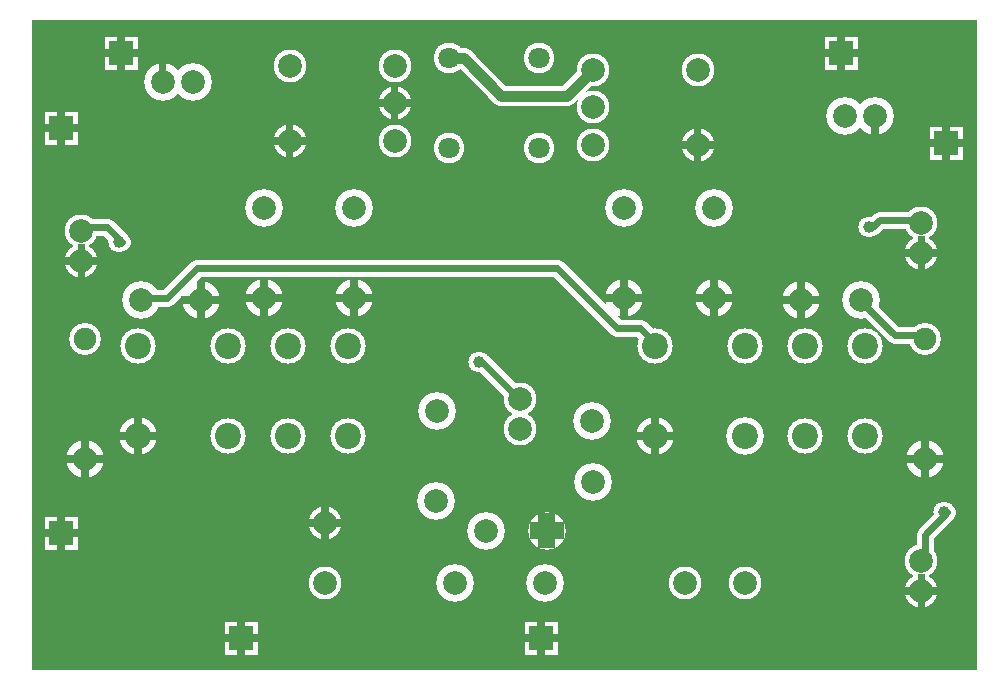
<source format=gbr>
%FSLAX34Y34*%
%MOMM*%
%LNCOPPER_TOP*%
G71*
G01*
%ADD10C,3.200*%
%ADD11C,2.800*%
%ADD12C,2.800*%
%ADD13C,2.600*%
%ADD14C,1.700*%
%ADD15C,2.700*%
%ADD16C,3.000*%
%ADD17C,1.400*%
%ADD18C,1.800*%
%ADD19C,0.667*%
%ADD20C,0.680*%
%ADD21C,1.467*%
%ADD22C,0.813*%
%ADD23C,2.000*%
%ADD24C,2.000*%
%ADD25C,0.900*%
%ADD26C,1.900*%
%ADD27C,2.200*%
%ADD28C,0.600*%
%ADD29C,1.000*%
%ADD30C,4.300*%
%LPD*%
G36*
X0Y550000D02*
X800000Y550000D01*
X800000Y0D01*
X0Y0D01*
X0Y550000D01*
G37*
%LPC*%
X196267Y390766D02*
G54D10*
D03*
X196217Y314516D02*
G54D10*
D03*
X196267Y390766D02*
G54D11*
D03*
X272458Y390692D02*
G54D10*
D03*
X196208Y390742D02*
G54D10*
D03*
X272458Y390692D02*
G54D11*
D03*
X272458Y390692D02*
G54D10*
D03*
X272408Y314442D02*
G54D10*
D03*
X272458Y390692D02*
G54D11*
D03*
X501067Y390766D02*
G54D10*
D03*
X501017Y314516D02*
G54D10*
D03*
X501067Y390766D02*
G54D11*
D03*
X577258Y390692D02*
G54D10*
D03*
X501008Y390742D02*
G54D10*
D03*
X577258Y390692D02*
G54D11*
D03*
X577258Y390692D02*
G54D10*
D03*
X577208Y314442D02*
G54D10*
D03*
X577258Y390692D02*
G54D11*
D03*
X41723Y371761D02*
G54D12*
D03*
X41723Y346361D02*
G54D12*
D03*
X752923Y378111D02*
G54D12*
D03*
X752923Y352711D02*
G54D12*
D03*
X429073Y441611D02*
G54D13*
D03*
X429073Y517811D02*
G54D13*
D03*
X352873Y517811D02*
G54D13*
D03*
X352873Y441611D02*
G54D13*
D03*
X217850Y511373D02*
G54D12*
D03*
X217850Y447873D02*
G54D12*
D03*
X306750Y511373D02*
G54D12*
D03*
X306750Y479623D02*
G54D12*
D03*
X306750Y447873D02*
G54D12*
D03*
X563290Y444580D02*
G54D12*
D03*
X563290Y508080D02*
G54D12*
D03*
X474390Y444580D02*
G54D12*
D03*
X474390Y476330D02*
G54D12*
D03*
X474390Y508080D02*
G54D12*
D03*
G54D14*
X352873Y517811D02*
X365573Y517811D01*
X397323Y486061D01*
X452371Y486061D01*
X474390Y508080D01*
X412750Y229450D02*
G54D12*
D03*
X412750Y204050D02*
G54D12*
D03*
X247650Y124550D02*
G54D12*
D03*
X247650Y73750D02*
G54D12*
D03*
X552450Y73750D02*
G54D12*
D03*
X603250Y73750D02*
G54D12*
D03*
X342317Y219316D02*
G54D10*
D03*
X342267Y143066D02*
G54D10*
D03*
X342317Y219316D02*
G54D11*
D03*
X474330Y210302D02*
G54D10*
D03*
X474443Y159321D02*
G54D10*
D03*
X474331Y210302D02*
G54D11*
D03*
X435603Y117874D02*
G54D10*
D03*
X384622Y117761D02*
G54D10*
D03*
X435603Y117874D02*
G54D11*
D03*
X433815Y73138D02*
G54D10*
D03*
X357566Y73188D02*
G54D10*
D03*
X433815Y73139D02*
G54D11*
D03*
X752923Y92361D02*
G54D12*
D03*
X752923Y66961D02*
G54D12*
D03*
X44450Y178650D02*
G54D15*
D03*
X44450Y280250D02*
G54D15*
D03*
X89285Y197935D02*
G54D16*
D03*
X89285Y274135D02*
G54D16*
D03*
X165485Y197935D02*
G54D16*
D03*
X216285Y197935D02*
G54D16*
D03*
X267085Y197935D02*
G54D16*
D03*
X165485Y274135D02*
G54D16*
D03*
X216285Y274135D02*
G54D16*
D03*
X267085Y274135D02*
G54D16*
D03*
X142709Y312825D02*
G54D10*
D03*
X91729Y312713D02*
G54D10*
D03*
X527050Y197700D02*
G54D16*
D03*
X527050Y273900D02*
G54D16*
D03*
X603250Y197700D02*
G54D16*
D03*
X654050Y197700D02*
G54D16*
D03*
X704850Y197700D02*
G54D16*
D03*
X603250Y273900D02*
G54D16*
D03*
X654050Y273900D02*
G54D16*
D03*
X704850Y273900D02*
G54D16*
D03*
X755650Y178650D02*
G54D15*
D03*
X755650Y280250D02*
G54D15*
D03*
X701510Y312825D02*
G54D10*
D03*
X650529Y312713D02*
G54D10*
D03*
X110309Y497922D02*
G54D10*
D03*
X135809Y497922D02*
G54D10*
D03*
X713913Y468625D02*
G54D10*
D03*
X688413Y468625D02*
G54D10*
D03*
X142709Y312825D02*
G54D10*
D03*
X44450Y178650D02*
G54D10*
D03*
X755650Y178650D02*
G54D10*
D03*
X650529Y312713D02*
G54D10*
D03*
X89285Y197935D02*
G54D10*
D03*
X603250Y197700D02*
G54D10*
D03*
G54D17*
X527050Y273900D02*
X527050Y276950D01*
X514350Y289650D01*
X495300Y289650D01*
X444500Y340450D01*
X139700Y340450D01*
X114300Y315050D01*
X88900Y315050D01*
X91729Y312713D01*
G54D17*
X701510Y312825D02*
X698500Y315050D01*
X730250Y283300D01*
X755650Y283300D01*
X755650Y280250D01*
X527050Y197700D02*
G54D10*
D03*
X73800Y362510D02*
G54D18*
D03*
X708800Y375210D02*
G54D18*
D03*
X772300Y133910D02*
G54D18*
D03*
X378600Y260910D02*
G54D18*
D03*
G54D17*
X73800Y362510D02*
X76200Y361950D01*
X63500Y374650D01*
X44450Y374650D01*
X41723Y371761D01*
G54D17*
X378600Y260910D02*
X381000Y260350D01*
X412750Y228600D01*
X412750Y229450D01*
G54D17*
X708800Y375210D02*
X711200Y374650D01*
X717550Y381000D01*
X755650Y381000D01*
X752923Y378111D01*
G54D17*
X772300Y133910D02*
X774700Y133350D01*
X755650Y114300D01*
X755650Y95250D01*
X752923Y92361D01*
G36*
X162934Y40679D02*
X190934Y40679D01*
X190934Y12679D01*
X162934Y12679D01*
X162934Y40679D01*
G37*
G36*
X416934Y40679D02*
X444934Y40679D01*
X444934Y12679D01*
X416934Y12679D01*
X416934Y40679D01*
G37*
G36*
X10534Y129579D02*
X38534Y129579D01*
X38534Y101579D01*
X10534Y101579D01*
X10534Y129579D01*
G37*
G36*
X10534Y472479D02*
X38534Y472479D01*
X38534Y444479D01*
X10534Y444479D01*
X10534Y472479D01*
G37*
G36*
X670934Y535979D02*
X698934Y535979D01*
X698934Y507979D01*
X670934Y507979D01*
X670934Y535979D01*
G37*
G36*
X759834Y459779D02*
X787834Y459779D01*
X787834Y431779D01*
X759834Y431779D01*
X759834Y459779D01*
G37*
G36*
X61334Y535979D02*
X89334Y535979D01*
X89334Y507979D01*
X61334Y507979D01*
X61334Y535979D01*
G37*
%LPD*%
G54D19*
G36*
X196217Y317849D02*
X212717Y317849D01*
X212717Y311183D01*
X196217Y311183D01*
X196217Y317849D01*
G37*
G36*
X199550Y314516D02*
X199550Y298016D01*
X192884Y298016D01*
X192884Y314516D01*
X199550Y314516D01*
G37*
G36*
X196217Y311183D02*
X179717Y311183D01*
X179717Y317849D01*
X196217Y317849D01*
X196217Y311183D01*
G37*
G36*
X192884Y314516D02*
X192884Y331016D01*
X199550Y331016D01*
X199550Y314516D01*
X192884Y314516D01*
G37*
G54D20*
G36*
X272408Y317842D02*
X288908Y317842D01*
X288908Y311042D01*
X272408Y311042D01*
X272408Y317842D01*
G37*
G36*
X275808Y314442D02*
X275808Y297942D01*
X269008Y297942D01*
X269008Y314442D01*
X275808Y314442D01*
G37*
G36*
X272408Y311042D02*
X255908Y311042D01*
X255908Y317842D01*
X272408Y317842D01*
X272408Y311042D01*
G37*
G36*
X269008Y314442D02*
X269008Y330942D01*
X275808Y330942D01*
X275808Y314442D01*
X269008Y314442D01*
G37*
G54D19*
G36*
X501017Y317849D02*
X517517Y317849D01*
X517517Y311183D01*
X501017Y311183D01*
X501017Y317849D01*
G37*
G36*
X504350Y314516D02*
X504350Y298016D01*
X497684Y298016D01*
X497684Y314516D01*
X504350Y314516D01*
G37*
G36*
X501017Y311183D02*
X484517Y311183D01*
X484517Y317849D01*
X501017Y317849D01*
X501017Y311183D01*
G37*
G36*
X497684Y314516D02*
X497684Y331016D01*
X504350Y331016D01*
X504350Y314516D01*
X497684Y314516D01*
G37*
G54D20*
G36*
X577208Y317842D02*
X593708Y317842D01*
X593708Y311042D01*
X577208Y311042D01*
X577208Y317842D01*
G37*
G36*
X580608Y314442D02*
X580608Y297942D01*
X573808Y297942D01*
X573808Y314442D01*
X580608Y314442D01*
G37*
G36*
X577208Y311042D02*
X560708Y311042D01*
X560708Y317842D01*
X577208Y317842D01*
X577208Y311042D01*
G37*
G36*
X573808Y314442D02*
X573808Y330942D01*
X580608Y330942D01*
X580608Y314442D01*
X573808Y314442D01*
G37*
G54D19*
G36*
X38390Y346361D02*
X38390Y360861D01*
X45056Y360861D01*
X45056Y346361D01*
X38390Y346361D01*
G37*
G36*
X41723Y349694D02*
X56223Y349694D01*
X56223Y343028D01*
X41723Y343028D01*
X41723Y349694D01*
G37*
G36*
X45056Y346361D02*
X45056Y331861D01*
X38390Y331861D01*
X38390Y346361D01*
X45056Y346361D01*
G37*
G36*
X41723Y343028D02*
X27223Y343028D01*
X27223Y349694D01*
X41723Y349694D01*
X41723Y343028D01*
G37*
G54D19*
G36*
X749590Y352711D02*
X749590Y367211D01*
X756256Y367211D01*
X756256Y352711D01*
X749590Y352711D01*
G37*
G36*
X752923Y356044D02*
X767423Y356044D01*
X767423Y349378D01*
X752923Y349378D01*
X752923Y356044D01*
G37*
G36*
X756256Y352711D02*
X756256Y338211D01*
X749590Y338211D01*
X749590Y352711D01*
X756256Y352711D01*
G37*
G36*
X752923Y349378D02*
X738423Y349378D01*
X738423Y356044D01*
X752923Y356044D01*
X752923Y349378D01*
G37*
G54D19*
G36*
X214517Y447873D02*
X214517Y462373D01*
X221183Y462373D01*
X221183Y447873D01*
X214517Y447873D01*
G37*
G36*
X217850Y451206D02*
X232350Y451206D01*
X232350Y444540D01*
X217850Y444540D01*
X217850Y451206D01*
G37*
G36*
X221183Y447873D02*
X221183Y433373D01*
X214517Y433373D01*
X214517Y447873D01*
X221183Y447873D01*
G37*
G36*
X217850Y444540D02*
X203350Y444540D01*
X203350Y451206D01*
X217850Y451206D01*
X217850Y444540D01*
G37*
G54D19*
G36*
X303417Y479623D02*
X303417Y494123D01*
X310083Y494123D01*
X310083Y479623D01*
X303417Y479623D01*
G37*
G36*
X306750Y482956D02*
X321250Y482956D01*
X321250Y476290D01*
X306750Y476290D01*
X306750Y482956D01*
G37*
G36*
X310083Y479623D02*
X310083Y465123D01*
X303417Y465123D01*
X303417Y479623D01*
X310083Y479623D01*
G37*
G36*
X306750Y476290D02*
X292250Y476290D01*
X292250Y482956D01*
X306750Y482956D01*
X306750Y476290D01*
G37*
G54D19*
G36*
X566623Y444580D02*
X566623Y430080D01*
X559957Y430080D01*
X559957Y444580D01*
X566623Y444580D01*
G37*
G36*
X563290Y441247D02*
X548790Y441247D01*
X548790Y447913D01*
X563290Y447913D01*
X563290Y441247D01*
G37*
G36*
X559957Y444580D02*
X559957Y459080D01*
X566623Y459080D01*
X566623Y444580D01*
X559957Y444580D01*
G37*
G36*
X563290Y447913D02*
X577790Y447913D01*
X577790Y441247D01*
X563290Y441247D01*
X563290Y447913D01*
G37*
G54D20*
G36*
X247650Y127950D02*
X262150Y127950D01*
X262150Y121150D01*
X247650Y121150D01*
X247650Y127950D01*
G37*
G36*
X251050Y124550D02*
X251050Y110050D01*
X244250Y110050D01*
X244250Y124550D01*
X251050Y124550D01*
G37*
G36*
X247650Y121150D02*
X233150Y121150D01*
X233150Y127950D01*
X247650Y127950D01*
X247650Y121150D01*
G37*
G36*
X244250Y124550D02*
X244250Y139050D01*
X251050Y139050D01*
X251050Y124550D01*
X244250Y124550D01*
G37*
G54D21*
G36*
X428270Y117874D02*
X428270Y132374D01*
X442936Y132374D01*
X442936Y117874D01*
X428270Y117874D01*
G37*
G36*
X435603Y125207D02*
X450103Y125207D01*
X450103Y110540D01*
X435603Y110540D01*
X435603Y125207D01*
G37*
G36*
X442936Y117874D02*
X442936Y103374D01*
X428270Y103374D01*
X428270Y117874D01*
X442936Y117874D01*
G37*
G36*
X435603Y110540D02*
X421103Y110540D01*
X421103Y125207D01*
X435603Y125207D01*
X435603Y110540D01*
G37*
G54D19*
G36*
X749590Y66961D02*
X749590Y81461D01*
X756256Y81461D01*
X756256Y66961D01*
X749590Y66961D01*
G37*
G36*
X752923Y70294D02*
X767423Y70294D01*
X767423Y63628D01*
X752923Y63628D01*
X752923Y70294D01*
G37*
G36*
X756256Y66961D02*
X756256Y52461D01*
X749590Y52461D01*
X749590Y66961D01*
X756256Y66961D01*
G37*
G36*
X752923Y63628D02*
X738423Y63628D01*
X738423Y70294D01*
X752923Y70294D01*
X752923Y63628D01*
G37*
G54D19*
G36*
X106976Y497922D02*
X106976Y514422D01*
X113642Y514422D01*
X113642Y497922D01*
X106976Y497922D01*
G37*
G54D22*
G54D19*
G36*
X717246Y468625D02*
X717246Y452125D01*
X710579Y452125D01*
X710579Y468625D01*
X717246Y468625D01*
G37*
G54D22*
G54D20*
G36*
X142709Y316225D02*
X159209Y316225D01*
X159209Y309425D01*
X142709Y309425D01*
X142709Y316225D01*
G37*
G36*
X146109Y312825D02*
X146109Y296325D01*
X139309Y296325D01*
X139309Y312825D01*
X146109Y312825D01*
G37*
G36*
X142709Y309425D02*
X126209Y309425D01*
X126209Y316225D01*
X142709Y316225D01*
X142709Y309425D01*
G37*
G36*
X139309Y312825D02*
X139309Y329325D01*
X146109Y329325D01*
X146109Y312825D01*
X139309Y312825D01*
G37*
G54D20*
G36*
X44450Y182050D02*
X60950Y182050D01*
X60950Y175250D01*
X44450Y175250D01*
X44450Y182050D01*
G37*
G36*
X47850Y178650D02*
X47850Y162150D01*
X41050Y162150D01*
X41050Y178650D01*
X47850Y178650D01*
G37*
G36*
X44450Y175250D02*
X27950Y175250D01*
X27950Y182050D01*
X44450Y182050D01*
X44450Y175250D01*
G37*
G36*
X41050Y178650D02*
X41050Y195150D01*
X47850Y195150D01*
X47850Y178650D01*
X41050Y178650D01*
G37*
G54D20*
G36*
X755650Y182050D02*
X772150Y182050D01*
X772150Y175250D01*
X755650Y175250D01*
X755650Y182050D01*
G37*
G36*
X759050Y178650D02*
X759050Y162150D01*
X752250Y162150D01*
X752250Y178650D01*
X759050Y178650D01*
G37*
G36*
X755650Y175250D02*
X739150Y175250D01*
X739150Y182050D01*
X755650Y182050D01*
X755650Y175250D01*
G37*
G36*
X752250Y178650D02*
X752250Y195150D01*
X759050Y195150D01*
X759050Y178650D01*
X752250Y178650D01*
G37*
G54D20*
G36*
X650529Y316113D02*
X667029Y316113D01*
X667029Y309313D01*
X650529Y309313D01*
X650529Y316113D01*
G37*
G36*
X653929Y312713D02*
X653929Y296213D01*
X647129Y296213D01*
X647129Y312713D01*
X653929Y312713D01*
G37*
G36*
X650529Y309313D02*
X634029Y309313D01*
X634029Y316113D01*
X650529Y316113D01*
X650529Y309313D01*
G37*
G36*
X647129Y312713D02*
X647129Y329213D01*
X653929Y329213D01*
X653929Y312713D01*
X647129Y312713D01*
G37*
G54D20*
G36*
X89285Y201335D02*
X105785Y201335D01*
X105785Y194535D01*
X89285Y194535D01*
X89285Y201335D01*
G37*
G36*
X92685Y197935D02*
X92685Y181435D01*
X85885Y181435D01*
X85885Y197935D01*
X92685Y197935D01*
G37*
G36*
X89285Y194535D02*
X72785Y194535D01*
X72785Y201335D01*
X89285Y201335D01*
X89285Y194535D01*
G37*
G36*
X85885Y197935D02*
X85885Y214435D01*
X92685Y214435D01*
X92685Y197935D01*
X85885Y197935D01*
G37*
G54D20*
G36*
X527050Y201100D02*
X543550Y201100D01*
X543550Y194300D01*
X527050Y194300D01*
X527050Y201100D01*
G37*
G36*
X530450Y197700D02*
X530450Y181200D01*
X523650Y181200D01*
X523650Y197700D01*
X530450Y197700D01*
G37*
G36*
X527050Y194300D02*
X510550Y194300D01*
X510550Y201100D01*
X527050Y201100D01*
X527050Y194300D01*
G37*
G36*
X523650Y197700D02*
X523650Y214200D01*
X530450Y214200D01*
X530450Y197700D01*
X523650Y197700D01*
G37*
G54D19*
G36*
X173601Y26679D02*
X173601Y41179D01*
X180267Y41179D01*
X180267Y26679D01*
X173601Y26679D01*
G37*
G36*
X176934Y30012D02*
X191434Y30012D01*
X191434Y23345D01*
X176934Y23345D01*
X176934Y30012D01*
G37*
G36*
X180267Y26679D02*
X180267Y12179D01*
X173601Y12179D01*
X173601Y26679D01*
X180267Y26679D01*
G37*
G36*
X176934Y23345D02*
X162434Y23345D01*
X162434Y30012D01*
X176934Y30012D01*
X176934Y23345D01*
G37*
G54D19*
G36*
X427601Y26679D02*
X427601Y41179D01*
X434267Y41179D01*
X434267Y26679D01*
X427601Y26679D01*
G37*
G36*
X430934Y30012D02*
X445434Y30012D01*
X445434Y23345D01*
X430934Y23345D01*
X430934Y30012D01*
G37*
G36*
X434267Y26679D02*
X434267Y12179D01*
X427601Y12179D01*
X427601Y26679D01*
X434267Y26679D01*
G37*
G36*
X430934Y23345D02*
X416434Y23345D01*
X416434Y30012D01*
X430934Y30012D01*
X430934Y23345D01*
G37*
G54D19*
G36*
X21201Y115579D02*
X21201Y130079D01*
X27867Y130079D01*
X27867Y115579D01*
X21201Y115579D01*
G37*
G36*
X24534Y118912D02*
X39034Y118912D01*
X39034Y112245D01*
X24534Y112245D01*
X24534Y118912D01*
G37*
G36*
X27867Y115579D02*
X27867Y101079D01*
X21201Y101079D01*
X21201Y115579D01*
X27867Y115579D01*
G37*
G36*
X24534Y112245D02*
X10034Y112245D01*
X10034Y118912D01*
X24534Y118912D01*
X24534Y112245D01*
G37*
G54D19*
G36*
X21201Y458479D02*
X21201Y472979D01*
X27867Y472979D01*
X27867Y458479D01*
X21201Y458479D01*
G37*
G36*
X24534Y461812D02*
X39034Y461812D01*
X39034Y455145D01*
X24534Y455145D01*
X24534Y461812D01*
G37*
G36*
X27867Y458479D02*
X27867Y443979D01*
X21201Y443979D01*
X21201Y458479D01*
X27867Y458479D01*
G37*
G36*
X24534Y455145D02*
X10034Y455145D01*
X10034Y461812D01*
X24534Y461812D01*
X24534Y455145D01*
G37*
G54D19*
G36*
X681601Y521979D02*
X681601Y536479D01*
X688267Y536479D01*
X688267Y521979D01*
X681601Y521979D01*
G37*
G36*
X684934Y525312D02*
X699434Y525312D01*
X699434Y518645D01*
X684934Y518645D01*
X684934Y525312D01*
G37*
G36*
X688267Y521979D02*
X688267Y507479D01*
X681601Y507479D01*
X681601Y521979D01*
X688267Y521979D01*
G37*
G36*
X684934Y518645D02*
X670434Y518645D01*
X670434Y525312D01*
X684934Y525312D01*
X684934Y518645D01*
G37*
G54D19*
G36*
X770501Y445779D02*
X770501Y460279D01*
X777167Y460279D01*
X777167Y445779D01*
X770501Y445779D01*
G37*
G36*
X773834Y449112D02*
X788334Y449112D01*
X788334Y442445D01*
X773834Y442445D01*
X773834Y449112D01*
G37*
G36*
X777167Y445779D02*
X777167Y431279D01*
X770501Y431279D01*
X770501Y445779D01*
X777167Y445779D01*
G37*
G36*
X773834Y442445D02*
X759334Y442445D01*
X759334Y449112D01*
X773834Y449112D01*
X773834Y442445D01*
G37*
G54D19*
G36*
X72001Y521979D02*
X72001Y536479D01*
X78667Y536479D01*
X78667Y521979D01*
X72001Y521979D01*
G37*
G36*
X75334Y525312D02*
X89834Y525312D01*
X89834Y518645D01*
X75334Y518645D01*
X75334Y525312D01*
G37*
G36*
X78667Y521979D02*
X78667Y507479D01*
X72001Y507479D01*
X72001Y521979D01*
X78667Y521979D01*
G37*
G36*
X75334Y518645D02*
X60834Y518645D01*
X60834Y525312D01*
X75334Y525312D01*
X75334Y518645D01*
G37*
X196267Y390766D02*
G54D23*
D03*
X196217Y314516D02*
G54D23*
D03*
X196267Y390766D02*
G54D24*
D03*
X272458Y390692D02*
G54D23*
D03*
X196208Y390742D02*
G54D23*
D03*
X272458Y390692D02*
G54D24*
D03*
X272458Y390692D02*
G54D23*
D03*
X272408Y314442D02*
G54D23*
D03*
X272458Y390692D02*
G54D24*
D03*
X501067Y390766D02*
G54D23*
D03*
X501017Y314516D02*
G54D23*
D03*
X501067Y390766D02*
G54D24*
D03*
X577258Y390692D02*
G54D23*
D03*
X501008Y390742D02*
G54D23*
D03*
X577258Y390692D02*
G54D24*
D03*
X577258Y390692D02*
G54D23*
D03*
X577208Y314442D02*
G54D23*
D03*
X577258Y390692D02*
G54D24*
D03*
X41723Y371761D02*
G54D23*
D03*
X41723Y346361D02*
G54D23*
D03*
X752923Y378111D02*
G54D23*
D03*
X752923Y352711D02*
G54D23*
D03*
X429073Y441611D02*
G54D18*
D03*
X429073Y517811D02*
G54D18*
D03*
X352873Y517811D02*
G54D18*
D03*
X352873Y441611D02*
G54D18*
D03*
X217850Y511373D02*
G54D23*
D03*
X217850Y447873D02*
G54D23*
D03*
X306750Y511373D02*
G54D23*
D03*
X306750Y479623D02*
G54D23*
D03*
X306750Y447873D02*
G54D23*
D03*
X563290Y444580D02*
G54D23*
D03*
X563290Y508080D02*
G54D23*
D03*
X474390Y444580D02*
G54D23*
D03*
X474390Y476330D02*
G54D23*
D03*
X474390Y508080D02*
G54D23*
D03*
G54D25*
X352873Y517811D02*
X365573Y517811D01*
X397323Y486061D01*
X452371Y486061D01*
X474390Y508080D01*
X412750Y229450D02*
G54D23*
D03*
X412750Y204050D02*
G54D23*
D03*
X247650Y124550D02*
G54D23*
D03*
X247650Y73750D02*
G54D23*
D03*
X552450Y73750D02*
G54D23*
D03*
X603250Y73750D02*
G54D23*
D03*
X342317Y219316D02*
G54D23*
D03*
X342267Y143066D02*
G54D23*
D03*
X342317Y219316D02*
G54D24*
D03*
X474330Y210302D02*
G54D23*
D03*
X474443Y159321D02*
G54D23*
D03*
X474331Y210302D02*
G54D24*
D03*
X435603Y117874D02*
G54D23*
D03*
X384622Y117761D02*
G54D23*
D03*
X435603Y117874D02*
G54D24*
D03*
X433815Y73138D02*
G54D23*
D03*
X357566Y73188D02*
G54D23*
D03*
X433815Y73139D02*
G54D24*
D03*
X752923Y92361D02*
G54D23*
D03*
X752923Y66961D02*
G54D23*
D03*
X44450Y178650D02*
G54D26*
D03*
X44450Y280250D02*
G54D26*
D03*
X89285Y197935D02*
G54D27*
D03*
X89285Y274135D02*
G54D27*
D03*
X165485Y197935D02*
G54D27*
D03*
X216285Y197935D02*
G54D27*
D03*
X267085Y197935D02*
G54D27*
D03*
X165485Y274135D02*
G54D27*
D03*
X216285Y274135D02*
G54D27*
D03*
X267085Y274135D02*
G54D27*
D03*
X142709Y312825D02*
G54D23*
D03*
X91729Y312713D02*
G54D23*
D03*
X527050Y197700D02*
G54D27*
D03*
X527050Y273900D02*
G54D27*
D03*
X603250Y197700D02*
G54D27*
D03*
X654050Y197700D02*
G54D27*
D03*
X704850Y197700D02*
G54D27*
D03*
X603250Y273900D02*
G54D27*
D03*
X654050Y273900D02*
G54D27*
D03*
X704850Y273900D02*
G54D27*
D03*
X755650Y178650D02*
G54D26*
D03*
X755650Y280250D02*
G54D26*
D03*
X701510Y312825D02*
G54D23*
D03*
X650529Y312713D02*
G54D23*
D03*
X110309Y497922D02*
G54D23*
D03*
X135809Y497922D02*
G54D23*
D03*
X713913Y468625D02*
G54D23*
D03*
X688413Y468625D02*
G54D23*
D03*
X142709Y312825D02*
G54D23*
D03*
X44450Y178650D02*
G54D23*
D03*
X755650Y178650D02*
G54D23*
D03*
X650529Y312713D02*
G54D23*
D03*
X89285Y197935D02*
G54D23*
D03*
X603250Y197700D02*
G54D23*
D03*
G54D28*
X527050Y273900D02*
X527050Y276950D01*
X514350Y289650D01*
X495300Y289650D01*
X444500Y340450D01*
X139700Y340450D01*
X114300Y315050D01*
X88900Y315050D01*
X91729Y312713D01*
G54D28*
X701510Y312825D02*
X698500Y315050D01*
X730250Y283300D01*
X755650Y283300D01*
X755650Y280250D01*
X527050Y197700D02*
G54D23*
D03*
X73800Y362510D02*
G54D29*
D03*
X708800Y375210D02*
G54D29*
D03*
X772300Y133910D02*
G54D29*
D03*
X378600Y260910D02*
G54D29*
D03*
G54D28*
X73800Y362510D02*
X76200Y361950D01*
X63500Y374650D01*
X44450Y374650D01*
X41723Y371761D01*
G54D28*
X378600Y260910D02*
X381000Y260350D01*
X412750Y228600D01*
X412750Y229450D01*
G54D28*
X708800Y375210D02*
X711200Y374650D01*
X717550Y381000D01*
X755650Y381000D01*
X752923Y378111D01*
G54D28*
X772300Y133910D02*
X774700Y133350D01*
X755650Y114300D01*
X755650Y95250D01*
X752923Y92361D01*
X37234Y32979D02*
G54D30*
D03*
G36*
X166934Y36679D02*
X186934Y36679D01*
X186934Y16679D01*
X166934Y16679D01*
X166934Y36679D01*
G37*
X697634Y26629D02*
G54D30*
D03*
X761134Y515579D02*
G54D30*
D03*
X24534Y515579D02*
G54D30*
D03*
G36*
X420934Y36679D02*
X440934Y36679D01*
X440934Y16679D01*
X420934Y16679D01*
X420934Y36679D01*
G37*
G36*
X14534Y125579D02*
X34534Y125579D01*
X34534Y105579D01*
X14534Y105579D01*
X14534Y125579D01*
G37*
G36*
X14534Y468479D02*
X34534Y468479D01*
X34534Y448479D01*
X14534Y448479D01*
X14534Y468479D01*
G37*
G36*
X674934Y531979D02*
X694934Y531979D01*
X694934Y511979D01*
X674934Y511979D01*
X674934Y531979D01*
G37*
G36*
X763834Y455779D02*
X783834Y455779D01*
X783834Y435779D01*
X763834Y435779D01*
X763834Y455779D01*
G37*
G36*
X65334Y531979D02*
X85334Y531979D01*
X85334Y511979D01*
X65334Y511979D01*
X65334Y531979D01*
G37*
M02*

</source>
